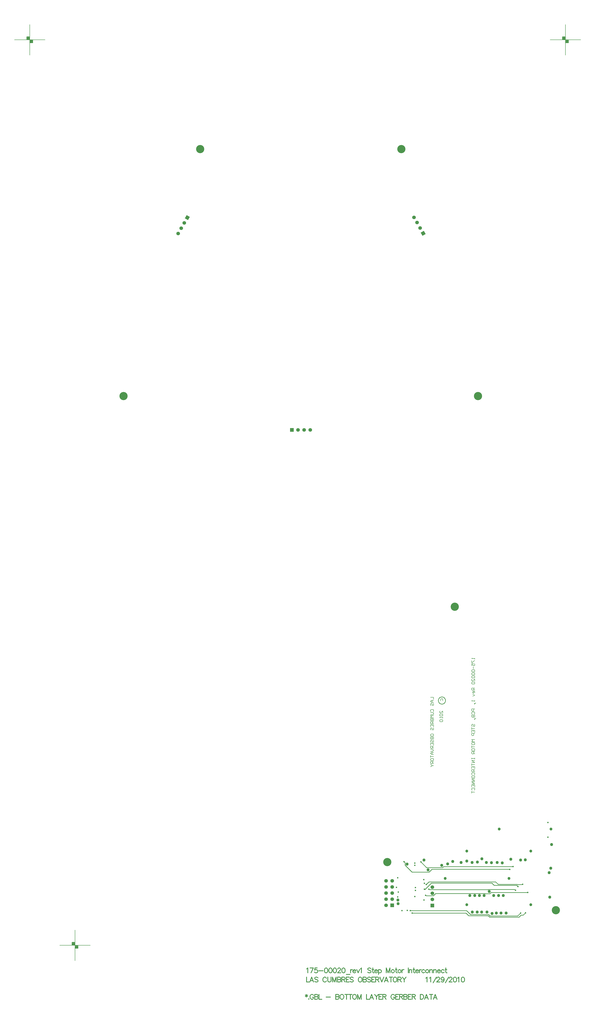
<source format=gbl>
%FSLAX23Y23*%
%MOIN*%
G70*
G01*
G75*
G04 Layer_Physical_Order=8*
G04 Layer_Color=16711680*
%ADD10R,0.050X0.050*%
%ADD11R,0.030X0.125*%
%ADD12R,0.022X0.085*%
%ADD13O,0.024X0.010*%
%ADD14R,0.071X0.075*%
%ADD15O,0.069X0.012*%
%ADD16R,0.050X0.050*%
%ADD17C,0.030*%
%ADD18C,0.020*%
%ADD19C,0.010*%
%ADD20C,0.005*%
%ADD21C,0.012*%
%ADD22C,0.008*%
%ADD23C,0.012*%
%ADD24C,0.012*%
%ADD25C,0.134*%
%ADD26P,0.084X4X165.0*%
%ADD27C,0.059*%
%ADD28R,0.059X0.059*%
%ADD29R,0.059X0.059*%
%ADD30C,0.047*%
%ADD31C,0.024*%
%ADD32P,0.084X4X285.0*%
%ADD33C,0.050*%
%ADD34C,0.040*%
%ADD35C,0.174*%
%ADD36C,0.075*%
%ADD37C,0.087*%
G04:AMPARAMS|DCode=38|XSize=95.433mil|YSize=95.433mil|CornerRadius=0mil|HoleSize=0mil|Usage=FLASHONLY|Rotation=0.000|XOffset=0mil|YOffset=0mil|HoleType=Round|Shape=Relief|Width=10mil|Gap=10mil|Entries=4|*
%AMTHD38*
7,0,0,0.095,0.075,0.010,45*
%
%ADD38THD38*%
%ADD39C,0.068*%
G04:AMPARAMS|DCode=40|XSize=70mil|YSize=70mil|CornerRadius=0mil|HoleSize=0mil|Usage=FLASHONLY|Rotation=0.000|XOffset=0mil|YOffset=0mil|HoleType=Round|Shape=Relief|Width=10mil|Gap=10mil|Entries=4|*
%AMTHD40*
7,0,0,0.070,0.050,0.010,45*
%
%ADD40THD40*%
G04:AMPARAMS|DCode=41|XSize=88mil|YSize=88mil|CornerRadius=0mil|HoleSize=0mil|Usage=FLASHONLY|Rotation=0.000|XOffset=0mil|YOffset=0mil|HoleType=Round|Shape=Relief|Width=10mil|Gap=10mil|Entries=4|*
%AMTHD41*
7,0,0,0.088,0.068,0.010,45*
%
%ADD41THD41*%
%ADD42C,0.075*%
D19*
X41333Y24303D02*
X41332Y24313D01*
X41330Y24322D01*
X41326Y24331D01*
X41320Y24339D01*
X41313Y24347D01*
X41305Y24353D01*
X41296Y24357D01*
X41287Y24360D01*
X41277Y24361D01*
X41267Y24361D01*
X41257Y24359D01*
X41248Y24355D01*
X41240Y24350D01*
X41232Y24343D01*
X41226Y24335D01*
X41221Y24327D01*
X41218Y24317D01*
X41216Y24308D01*
Y24298D01*
X41218Y24288D01*
X41221Y24279D01*
X41226Y24270D01*
X41232Y24262D01*
X41240Y24256D01*
X41248Y24250D01*
X41257Y24247D01*
X41267Y24245D01*
X41277Y24244D01*
X41287Y24245D01*
X41296Y24248D01*
X41305Y24253D01*
X41313Y24259D01*
X41320Y24266D01*
X41326Y24274D01*
X41330Y24283D01*
X41332Y24293D01*
X41333Y24303D01*
X42536Y20760D02*
X42569Y20793D01*
X42031Y20784D02*
X42056Y20760D01*
X42512Y20780D02*
X42561Y20829D01*
X42064Y20780D02*
X42512D01*
X42038Y20806D02*
X42064Y20780D01*
X42056Y20760D02*
X42536D01*
X41711Y20784D02*
X42031D01*
X41668Y20828D02*
X41711Y20784D01*
X41742Y20806D02*
X42038D01*
X41679Y20869D02*
X41742Y20806D01*
X40759Y20869D02*
X41679D01*
X40789Y20828D02*
X41668D01*
X42602Y20793D02*
X42641Y20832D01*
X42569Y20793D02*
X42602D01*
X42508Y21294D02*
X42592D01*
X42505Y21297D02*
X42508Y21294D01*
X42196Y21297D02*
X42505D01*
X42499Y21282D02*
X42520Y21261D01*
X42128Y21282D02*
X42499D01*
X42463Y21215D02*
X42479Y21200D01*
X42034Y21215D02*
X42463D01*
X42030Y21211D02*
X42034Y21215D01*
X41071Y21211D02*
X42030D01*
X41063Y21219D02*
X41071Y21211D01*
X41103Y21318D02*
X42092D01*
X40997Y21211D02*
X41103Y21318D01*
X42092D02*
X42128Y21282D01*
X42154Y21339D02*
X42196Y21297D01*
X41064Y21339D02*
X42154D01*
X41019Y21294D02*
X41064Y21339D01*
X41010Y21119D02*
X41018Y21111D01*
X41137D01*
X41173Y21148D02*
X41980D01*
X41137Y21111D02*
X41173Y21148D01*
X42080Y21163D02*
X42679D01*
X42063Y21145D02*
X42080Y21163D01*
X41980Y21148D02*
X41982Y21145D01*
X42063D01*
X41018Y21295D02*
X41019Y21294D01*
X42592D02*
X42597Y21299D01*
X40990Y21218D02*
X40997Y21211D01*
X41111Y21545D02*
X42382D01*
X40786Y21499D02*
X41065D01*
X42382Y21545D02*
X42385Y21542D01*
X41065Y21499D02*
X41111Y21545D01*
X40672Y21612D02*
X40786Y21499D01*
X40672Y21612D02*
Y21650D01*
X40655Y21667D02*
X40672Y21650D01*
X40933Y21663D02*
X41024Y21572D01*
X41289D01*
X41304Y21587D01*
X42440D01*
D21*
X39060Y19499D02*
Y19453D01*
X39041Y19488D02*
X39079Y19465D01*
Y19488D02*
X39041Y19465D01*
X39099Y19427D02*
X39095Y19423D01*
X39099Y19419D01*
X39103Y19423D01*
X39099Y19427D01*
X39177Y19480D02*
X39173Y19488D01*
X39166Y19495D01*
X39158Y19499D01*
X39143D01*
X39135Y19495D01*
X39128Y19488D01*
X39124Y19480D01*
X39120Y19469D01*
Y19450D01*
X39124Y19438D01*
X39128Y19431D01*
X39135Y19423D01*
X39143Y19419D01*
X39158D01*
X39166Y19423D01*
X39173Y19431D01*
X39177Y19438D01*
Y19450D01*
X39158D02*
X39177D01*
X39196Y19499D02*
Y19419D01*
Y19499D02*
X39230D01*
X39241Y19495D01*
X39245Y19492D01*
X39249Y19484D01*
Y19476D01*
X39245Y19469D01*
X39241Y19465D01*
X39230Y19461D01*
X39196D02*
X39230D01*
X39241Y19457D01*
X39245Y19453D01*
X39249Y19446D01*
Y19434D01*
X39245Y19427D01*
X39241Y19423D01*
X39230Y19419D01*
X39196D01*
X39267Y19499D02*
Y19419D01*
X39313D01*
X39384Y19453D02*
X39453D01*
X39539Y19499D02*
Y19419D01*
Y19499D02*
X39573D01*
X39585Y19495D01*
X39589Y19492D01*
X39592Y19484D01*
Y19476D01*
X39589Y19469D01*
X39585Y19465D01*
X39573Y19461D01*
X39539D02*
X39573D01*
X39585Y19457D01*
X39589Y19453D01*
X39592Y19446D01*
Y19434D01*
X39589Y19427D01*
X39585Y19423D01*
X39573Y19419D01*
X39539D01*
X39633Y19499D02*
X39626Y19495D01*
X39618Y19488D01*
X39614Y19480D01*
X39610Y19469D01*
Y19450D01*
X39614Y19438D01*
X39618Y19431D01*
X39626Y19423D01*
X39633Y19419D01*
X39648D01*
X39656Y19423D01*
X39664Y19431D01*
X39667Y19438D01*
X39671Y19450D01*
Y19469D01*
X39667Y19480D01*
X39664Y19488D01*
X39656Y19495D01*
X39648Y19499D01*
X39633D01*
X39717D02*
Y19419D01*
X39690Y19499D02*
X39743D01*
X39779D02*
Y19419D01*
X39753Y19499D02*
X39806D01*
X39838D02*
X39831Y19495D01*
X39823Y19488D01*
X39819Y19480D01*
X39816Y19469D01*
Y19450D01*
X39819Y19438D01*
X39823Y19431D01*
X39831Y19423D01*
X39838Y19419D01*
X39854D01*
X39861Y19423D01*
X39869Y19431D01*
X39873Y19438D01*
X39877Y19450D01*
Y19469D01*
X39873Y19480D01*
X39869Y19488D01*
X39861Y19495D01*
X39854Y19499D01*
X39838D01*
X39895D02*
Y19419D01*
Y19499D02*
X39926Y19419D01*
X39956Y19499D02*
X39926Y19419D01*
X39956Y19499D02*
Y19419D01*
X40042Y19499D02*
Y19419D01*
X40088D01*
X40157D02*
X40127Y19499D01*
X40096Y19419D01*
X40108Y19446D02*
X40146D01*
X40176Y19499D02*
X40206Y19461D01*
Y19419D01*
X40237Y19499D02*
X40206Y19461D01*
X40297Y19499D02*
X40247D01*
Y19419D01*
X40297D01*
X40247Y19461D02*
X40278D01*
X40310Y19499D02*
Y19419D01*
Y19499D02*
X40344D01*
X40356Y19495D01*
X40360Y19492D01*
X40363Y19484D01*
Y19476D01*
X40360Y19469D01*
X40356Y19465D01*
X40344Y19461D01*
X40310D01*
X40337D02*
X40363Y19419D01*
X40501Y19480D02*
X40497Y19488D01*
X40490Y19495D01*
X40482Y19499D01*
X40467D01*
X40459Y19495D01*
X40452Y19488D01*
X40448Y19480D01*
X40444Y19469D01*
Y19450D01*
X40448Y19438D01*
X40452Y19431D01*
X40459Y19423D01*
X40467Y19419D01*
X40482D01*
X40490Y19423D01*
X40497Y19431D01*
X40501Y19438D01*
Y19450D01*
X40482D02*
X40501D01*
X40569Y19499D02*
X40519D01*
Y19419D01*
X40569D01*
X40519Y19461D02*
X40550D01*
X40582Y19499D02*
Y19419D01*
Y19499D02*
X40617D01*
X40628Y19495D01*
X40632Y19492D01*
X40636Y19484D01*
Y19476D01*
X40632Y19469D01*
X40628Y19465D01*
X40617Y19461D01*
X40582D01*
X40609D02*
X40636Y19419D01*
X40654Y19499D02*
Y19419D01*
Y19499D02*
X40688D01*
X40699Y19495D01*
X40703Y19492D01*
X40707Y19484D01*
Y19476D01*
X40703Y19469D01*
X40699Y19465D01*
X40688Y19461D01*
X40654D02*
X40688D01*
X40699Y19457D01*
X40703Y19453D01*
X40707Y19446D01*
Y19434D01*
X40703Y19427D01*
X40699Y19423D01*
X40688Y19419D01*
X40654D01*
X40774Y19499D02*
X40725D01*
Y19419D01*
X40774D01*
X40725Y19461D02*
X40755D01*
X40788Y19499D02*
Y19419D01*
Y19499D02*
X40822D01*
X40833Y19495D01*
X40837Y19492D01*
X40841Y19484D01*
Y19476D01*
X40837Y19469D01*
X40833Y19465D01*
X40822Y19461D01*
X40788D01*
X40814D02*
X40841Y19419D01*
X40922Y19499D02*
Y19419D01*
Y19499D02*
X40948D01*
X40960Y19495D01*
X40967Y19488D01*
X40971Y19480D01*
X40975Y19469D01*
Y19450D01*
X40971Y19438D01*
X40967Y19431D01*
X40960Y19423D01*
X40948Y19419D01*
X40922D01*
X41054D02*
X41023Y19499D01*
X40993Y19419D01*
X41004Y19446D02*
X41042D01*
X41099Y19499D02*
Y19419D01*
X41073Y19499D02*
X41126D01*
X41196Y19419D02*
X41166Y19499D01*
X41135Y19419D01*
X41147Y19446D02*
X41185D01*
D22*
X41813Y24996D02*
Y24979D01*
Y24987D01*
X41763D01*
X41772Y24996D01*
X41763Y24954D02*
Y24921D01*
X41772D01*
X41805Y24954D01*
X41813D01*
X41763Y24871D02*
Y24904D01*
X41788D01*
X41780Y24887D01*
Y24879D01*
X41788Y24871D01*
X41805D01*
X41813Y24879D01*
Y24896D01*
X41805Y24904D01*
X41788Y24854D02*
Y24821D01*
X41772Y24804D02*
X41763Y24796D01*
Y24779D01*
X41772Y24771D01*
X41805D01*
X41813Y24779D01*
Y24796D01*
X41805Y24804D01*
X41772D01*
Y24754D02*
X41763Y24746D01*
Y24729D01*
X41772Y24721D01*
X41805D01*
X41813Y24729D01*
Y24746D01*
X41805Y24754D01*
X41772D01*
Y24704D02*
X41763Y24696D01*
Y24679D01*
X41772Y24671D01*
X41805D01*
X41813Y24679D01*
Y24696D01*
X41805Y24704D01*
X41772D01*
X41813Y24621D02*
Y24654D01*
X41780Y24621D01*
X41772D01*
X41763Y24629D01*
Y24646D01*
X41772Y24654D01*
Y24604D02*
X41763Y24596D01*
Y24579D01*
X41772Y24571D01*
X41805D01*
X41813Y24579D01*
Y24596D01*
X41805Y24604D01*
X41772D01*
X41813Y24504D02*
X41763D01*
Y24479D01*
X41772Y24471D01*
X41788D01*
X41797Y24479D01*
Y24504D01*
Y24487D02*
X41813Y24471D01*
Y24429D02*
Y24446D01*
X41805Y24454D01*
X41788D01*
X41780Y24446D01*
Y24429D01*
X41788Y24421D01*
X41797D01*
Y24454D01*
X41780Y24404D02*
X41813Y24387D01*
X41780Y24371D01*
X41813Y24304D02*
Y24288D01*
Y24296D01*
X41763D01*
X41772Y24304D01*
X41822Y24254D02*
X41813Y24246D01*
X41805D01*
Y24254D01*
X41813D01*
Y24246D01*
X41822Y24254D01*
X41830Y24263D01*
X41813Y24163D02*
X41763D01*
Y24138D01*
X41772Y24129D01*
X41788D01*
X41797Y24138D01*
Y24163D01*
X41772Y24079D02*
X41763Y24088D01*
Y24104D01*
X41772Y24113D01*
X41805D01*
X41813Y24104D01*
Y24088D01*
X41805Y24079D01*
X41763Y24063D02*
X41813D01*
Y24038D01*
X41805Y24029D01*
X41797D01*
X41788Y24038D01*
Y24063D01*
Y24038D01*
X41780Y24029D01*
X41772D01*
X41763Y24038D01*
Y24063D01*
X41822Y24004D02*
X41813Y23996D01*
X41805D01*
Y24004D01*
X41813D01*
Y23996D01*
X41822Y24004D01*
X41830Y24013D01*
X41772Y23879D02*
X41763Y23888D01*
Y23904D01*
X41772Y23913D01*
X41780D01*
X41788Y23904D01*
Y23888D01*
X41797Y23879D01*
X41805D01*
X41813Y23888D01*
Y23904D01*
X41805Y23913D01*
X41763Y23863D02*
Y23829D01*
Y23846D01*
X41813D01*
X41763Y23779D02*
Y23813D01*
X41813D01*
Y23779D01*
X41788Y23813D02*
Y23796D01*
X41813Y23763D02*
X41763D01*
Y23738D01*
X41772Y23729D01*
X41788D01*
X41797Y23738D01*
Y23763D01*
X41813Y23663D02*
X41763D01*
X41780Y23646D01*
X41763Y23629D01*
X41813D01*
X41763Y23588D02*
Y23604D01*
X41772Y23613D01*
X41805D01*
X41813Y23604D01*
Y23588D01*
X41805Y23579D01*
X41772D01*
X41763Y23588D01*
Y23563D02*
Y23529D01*
Y23546D01*
X41813D01*
X41763Y23488D02*
Y23504D01*
X41772Y23513D01*
X41805D01*
X41813Y23504D01*
Y23488D01*
X41805Y23479D01*
X41772D01*
X41763Y23488D01*
X41813Y23463D02*
X41763D01*
Y23438D01*
X41772Y23429D01*
X41788D01*
X41797Y23438D01*
Y23463D01*
Y23446D02*
X41813Y23429D01*
X41763Y23363D02*
Y23346D01*
Y23354D01*
X41813D01*
Y23363D01*
Y23346D01*
Y23321D02*
X41763D01*
X41813Y23288D01*
X41763D01*
Y23271D02*
Y23238D01*
Y23255D01*
X41813D01*
X41763Y23188D02*
Y23221D01*
X41813D01*
Y23188D01*
X41788Y23221D02*
Y23205D01*
X41813Y23171D02*
X41763D01*
Y23146D01*
X41772Y23138D01*
X41788D01*
X41797Y23146D01*
Y23171D01*
Y23155D02*
X41813Y23138D01*
X41772Y23088D02*
X41763Y23096D01*
Y23113D01*
X41772Y23121D01*
X41805D01*
X41813Y23113D01*
Y23096D01*
X41805Y23088D01*
X41763Y23046D02*
Y23063D01*
X41772Y23071D01*
X41805D01*
X41813Y23063D01*
Y23046D01*
X41805Y23038D01*
X41772D01*
X41763Y23046D01*
X41813Y23021D02*
X41763D01*
X41813Y22988D01*
X41763D01*
X41813Y22971D02*
X41763D01*
X41813Y22938D01*
X41763D01*
Y22888D02*
Y22921D01*
X41813D01*
Y22888D01*
X41788Y22921D02*
Y22905D01*
X41772Y22838D02*
X41763Y22846D01*
Y22863D01*
X41772Y22871D01*
X41805D01*
X41813Y22863D01*
Y22846D01*
X41805Y22838D01*
X41763Y22821D02*
Y22788D01*
Y22805D01*
X41813D01*
X41090Y24354D02*
X41140D01*
Y24321D01*
Y24304D02*
X41107D01*
X41090Y24287D01*
X41107Y24271D01*
X41140D01*
X41115D01*
Y24304D01*
X41099Y24221D02*
X41090Y24229D01*
Y24246D01*
X41099Y24254D01*
X41107D01*
X41115Y24246D01*
Y24229D01*
X41124Y24221D01*
X41132D01*
X41140Y24229D01*
Y24246D01*
X41132Y24254D01*
X41099Y24121D02*
X41090Y24129D01*
Y24146D01*
X41099Y24154D01*
X41132D01*
X41140Y24146D01*
Y24129D01*
X41132Y24121D01*
X41090Y24104D02*
X41132D01*
X41140Y24096D01*
Y24079D01*
X41132Y24071D01*
X41090D01*
X41140Y24054D02*
X41090D01*
X41107Y24037D01*
X41090Y24021D01*
X41140D01*
X41090Y24004D02*
X41140D01*
Y23979D01*
X41132Y23971D01*
X41124D01*
X41115Y23979D01*
Y24004D01*
Y23979D01*
X41107Y23971D01*
X41099D01*
X41090Y23979D01*
Y24004D01*
X41140Y23954D02*
X41090D01*
Y23929D01*
X41099Y23921D01*
X41115D01*
X41124Y23929D01*
Y23954D01*
Y23937D02*
X41140Y23921D01*
X41090Y23871D02*
Y23904D01*
X41140D01*
Y23871D01*
X41115Y23904D02*
Y23887D01*
X41099Y23821D02*
X41090Y23829D01*
Y23846D01*
X41099Y23854D01*
X41107D01*
X41115Y23846D01*
Y23829D01*
X41124Y23821D01*
X41132D01*
X41140Y23829D01*
Y23846D01*
X41132Y23854D01*
X41090Y23729D02*
Y23746D01*
X41099Y23754D01*
X41132D01*
X41140Y23746D01*
Y23729D01*
X41132Y23721D01*
X41099D01*
X41090Y23729D01*
Y23704D02*
X41140D01*
Y23679D01*
X41132Y23671D01*
X41124D01*
X41115Y23679D01*
Y23704D01*
Y23679D01*
X41107Y23671D01*
X41099D01*
X41090Y23679D01*
Y23704D01*
X41099Y23621D02*
X41090Y23629D01*
Y23646D01*
X41099Y23654D01*
X41107D01*
X41115Y23646D01*
Y23629D01*
X41124Y23621D01*
X41132D01*
X41140Y23629D01*
Y23646D01*
X41132Y23654D01*
X41090Y23571D02*
Y23604D01*
X41140D01*
Y23571D01*
X41115Y23604D02*
Y23587D01*
X41140Y23554D02*
X41090D01*
Y23529D01*
X41099Y23521D01*
X41115D01*
X41124Y23529D01*
Y23554D01*
Y23537D02*
X41140Y23521D01*
X41090Y23504D02*
X41124D01*
X41140Y23487D01*
X41124Y23471D01*
X41090D01*
X41140Y23454D02*
X41107D01*
X41090Y23438D01*
X41107Y23421D01*
X41140D01*
X41115D01*
Y23454D01*
X41090Y23404D02*
Y23371D01*
Y23388D01*
X41140D01*
X41090Y23329D02*
Y23346D01*
X41099Y23354D01*
X41132D01*
X41140Y23346D01*
Y23329D01*
X41132Y23321D01*
X41099D01*
X41090Y23329D01*
X41140Y23304D02*
X41090D01*
Y23279D01*
X41099Y23271D01*
X41115D01*
X41124Y23279D01*
Y23304D01*
Y23288D02*
X41140Y23271D01*
X41090Y23254D02*
X41099D01*
X41115Y23238D01*
X41099Y23221D01*
X41090D01*
X41115Y23238D02*
X41140D01*
X41256Y24297D02*
Y24322D01*
X41265Y24330D01*
X41281D01*
X41290Y24322D01*
Y24297D01*
Y24097D02*
Y24130D01*
X41256Y24097D01*
X41248D01*
X41240Y24105D01*
Y24122D01*
X41248Y24130D01*
Y24080D02*
X41240Y24072D01*
Y24055D01*
X41248Y24047D01*
X41281D01*
X41290Y24055D01*
Y24072D01*
X41281Y24080D01*
X41248D01*
X41290Y24030D02*
Y24014D01*
Y24022D01*
X41240D01*
X41248Y24030D01*
Y23989D02*
X41240Y23980D01*
Y23964D01*
X41248Y23955D01*
X41281D01*
X41290Y23964D01*
Y23980D01*
X41281Y23989D01*
X41248D01*
X35245Y20325D02*
X35255D01*
X35245Y20320D02*
Y20330D01*
Y20320D02*
X35255D01*
Y20330D01*
X35245D02*
X35255D01*
X35240Y20315D02*
Y20330D01*
Y20315D02*
X35260D01*
Y20335D01*
X35240D02*
X35260D01*
X35235Y20310D02*
Y20335D01*
Y20310D02*
X35265D01*
Y20340D01*
X35235D02*
X35265D01*
X35230Y20305D02*
Y20345D01*
Y20305D02*
X35270D01*
Y20345D01*
X35230D02*
X35270D01*
X35295Y20275D02*
X35305D01*
X35295Y20270D02*
Y20280D01*
Y20270D02*
X35305D01*
Y20280D01*
X35295D02*
X35305D01*
X35290Y20265D02*
Y20280D01*
Y20265D02*
X35310D01*
Y20285D01*
X35290D02*
X35310D01*
X35285Y20260D02*
Y20285D01*
Y20260D02*
X35315D01*
Y20290D01*
X35285D02*
X35315D01*
X35280Y20255D02*
Y20295D01*
Y20255D02*
X35320D01*
Y20295D01*
X35280D02*
X35320D01*
X35275Y20250D02*
X35325D01*
Y20300D01*
X35225Y20350D02*
X35275D01*
X35225Y20300D02*
Y20350D01*
X35275Y20050D02*
Y20550D01*
X35025Y20300D02*
X35525D01*
X43265Y35125D02*
X43275D01*
X43265Y35120D02*
Y35130D01*
Y35120D02*
X43275D01*
Y35130D01*
X43265D02*
X43275D01*
X43260Y35115D02*
Y35130D01*
Y35115D02*
X43280D01*
Y35135D01*
X43260D02*
X43280D01*
X43255Y35110D02*
Y35135D01*
Y35110D02*
X43285D01*
Y35140D01*
X43255D02*
X43285D01*
X43250Y35105D02*
Y35145D01*
Y35105D02*
X43290D01*
Y35145D01*
X43250D02*
X43290D01*
X43315Y35075D02*
X43325D01*
X43315Y35070D02*
Y35080D01*
Y35070D02*
X43325D01*
Y35080D01*
X43315D02*
X43325D01*
X43310Y35065D02*
Y35080D01*
Y35065D02*
X43330D01*
Y35085D01*
X43310D02*
X43330D01*
X43305Y35060D02*
Y35085D01*
Y35060D02*
X43335D01*
Y35090D01*
X43305D02*
X43335D01*
X43300Y35055D02*
Y35095D01*
Y35055D02*
X43340D01*
Y35095D01*
X43300D02*
X43340D01*
X43295Y35050D02*
X43345D01*
Y35100D01*
X43245Y35150D02*
X43295D01*
X43245Y35100D02*
Y35150D01*
X43295Y34850D02*
Y35350D01*
X43045Y35100D02*
X43545D01*
X34505Y35125D02*
X34515D01*
X34505Y35120D02*
Y35130D01*
Y35120D02*
X34515D01*
Y35130D01*
X34505D02*
X34515D01*
X34500Y35115D02*
Y35130D01*
Y35115D02*
X34520D01*
Y35135D01*
X34500D02*
X34520D01*
X34495Y35110D02*
Y35135D01*
Y35110D02*
X34525D01*
Y35140D01*
X34495D02*
X34525D01*
X34490Y35105D02*
Y35145D01*
Y35105D02*
X34530D01*
Y35145D01*
X34490D02*
X34530D01*
X34555Y35075D02*
X34565D01*
X34555Y35070D02*
Y35080D01*
Y35070D02*
X34565D01*
Y35080D01*
X34555D02*
X34565D01*
X34550Y35065D02*
Y35080D01*
Y35065D02*
X34570D01*
Y35085D01*
X34550D02*
X34570D01*
X34545Y35060D02*
Y35085D01*
Y35060D02*
X34575D01*
Y35090D01*
X34545D02*
X34575D01*
X34540Y35055D02*
Y35095D01*
Y35055D02*
X34580D01*
Y35095D01*
X34540D02*
X34580D01*
X34535Y35050D02*
X34585D01*
Y35100D01*
X34485Y35150D02*
X34535D01*
X34485Y35100D02*
Y35150D01*
X34535Y34850D02*
Y35350D01*
X34285Y35100D02*
X34785D01*
D23*
X39062Y19780D02*
Y19700D01*
X39107D01*
X39177D02*
X39147Y19780D01*
X39116Y19700D01*
X39127Y19726D02*
X39166D01*
X39249Y19768D02*
X39241Y19776D01*
X39230Y19780D01*
X39215D01*
X39203Y19776D01*
X39196Y19768D01*
Y19761D01*
X39199Y19753D01*
X39203Y19749D01*
X39211Y19745D01*
X39234Y19738D01*
X39241Y19734D01*
X39245Y19730D01*
X39249Y19723D01*
Y19711D01*
X39241Y19704D01*
X39230Y19700D01*
X39215D01*
X39203Y19704D01*
X39196Y19711D01*
X39387Y19761D02*
X39383Y19768D01*
X39375Y19776D01*
X39368Y19780D01*
X39353D01*
X39345Y19776D01*
X39337Y19768D01*
X39334Y19761D01*
X39330Y19749D01*
Y19730D01*
X39334Y19719D01*
X39337Y19711D01*
X39345Y19704D01*
X39353Y19700D01*
X39368D01*
X39375Y19704D01*
X39383Y19711D01*
X39387Y19719D01*
X39409Y19780D02*
Y19723D01*
X39413Y19711D01*
X39421Y19704D01*
X39432Y19700D01*
X39440D01*
X39451Y19704D01*
X39459Y19711D01*
X39463Y19723D01*
Y19780D01*
X39485D02*
Y19700D01*
Y19780D02*
X39515Y19700D01*
X39546Y19780D02*
X39515Y19700D01*
X39546Y19780D02*
Y19700D01*
X39569Y19780D02*
Y19700D01*
Y19780D02*
X39603D01*
X39614Y19776D01*
X39618Y19772D01*
X39622Y19764D01*
Y19757D01*
X39618Y19749D01*
X39614Y19745D01*
X39603Y19742D01*
X39569D02*
X39603D01*
X39614Y19738D01*
X39618Y19734D01*
X39622Y19726D01*
Y19715D01*
X39618Y19707D01*
X39614Y19704D01*
X39603Y19700D01*
X39569D01*
X39640Y19780D02*
Y19700D01*
Y19780D02*
X39674D01*
X39685Y19776D01*
X39689Y19772D01*
X39693Y19764D01*
Y19757D01*
X39689Y19749D01*
X39685Y19745D01*
X39674Y19742D01*
X39640D01*
X39666D02*
X39693Y19700D01*
X39760Y19780D02*
X39711D01*
Y19700D01*
X39760D01*
X39711Y19742D02*
X39741D01*
X39827Y19768D02*
X39820Y19776D01*
X39808Y19780D01*
X39793D01*
X39781Y19776D01*
X39774Y19768D01*
Y19761D01*
X39778Y19753D01*
X39781Y19749D01*
X39789Y19745D01*
X39812Y19738D01*
X39820Y19734D01*
X39823Y19730D01*
X39827Y19723D01*
Y19711D01*
X39820Y19704D01*
X39808Y19700D01*
X39793D01*
X39781Y19704D01*
X39774Y19711D01*
X39931Y19780D02*
X39923Y19776D01*
X39916Y19768D01*
X39912Y19761D01*
X39908Y19749D01*
Y19730D01*
X39912Y19719D01*
X39916Y19711D01*
X39923Y19704D01*
X39931Y19700D01*
X39946D01*
X39954Y19704D01*
X39961Y19711D01*
X39965Y19719D01*
X39969Y19730D01*
Y19749D01*
X39965Y19761D01*
X39961Y19768D01*
X39954Y19776D01*
X39946Y19780D01*
X39931D01*
X39987D02*
Y19700D01*
Y19780D02*
X40022D01*
X40033Y19776D01*
X40037Y19772D01*
X40041Y19764D01*
Y19757D01*
X40037Y19749D01*
X40033Y19745D01*
X40022Y19742D01*
X39987D02*
X40022D01*
X40033Y19738D01*
X40037Y19734D01*
X40041Y19726D01*
Y19715D01*
X40037Y19707D01*
X40033Y19704D01*
X40022Y19700D01*
X39987D01*
X40112Y19768D02*
X40104Y19776D01*
X40093Y19780D01*
X40078D01*
X40066Y19776D01*
X40059Y19768D01*
Y19761D01*
X40063Y19753D01*
X40066Y19749D01*
X40074Y19745D01*
X40097Y19738D01*
X40104Y19734D01*
X40108Y19730D01*
X40112Y19723D01*
Y19711D01*
X40104Y19704D01*
X40093Y19700D01*
X40078D01*
X40066Y19704D01*
X40059Y19711D01*
X40179Y19780D02*
X40130D01*
Y19700D01*
X40179D01*
X40130Y19742D02*
X40160D01*
X40193Y19780D02*
Y19700D01*
Y19780D02*
X40227D01*
X40238Y19776D01*
X40242Y19772D01*
X40246Y19764D01*
Y19757D01*
X40242Y19749D01*
X40238Y19745D01*
X40227Y19742D01*
X40193D01*
X40219D02*
X40246Y19700D01*
X40264Y19780D02*
X40294Y19700D01*
X40325Y19780D02*
X40294Y19700D01*
X40396D02*
X40366Y19780D01*
X40335Y19700D01*
X40347Y19726D02*
X40385D01*
X40441Y19780D02*
Y19700D01*
X40415Y19780D02*
X40468D01*
X40501D02*
X40493Y19776D01*
X40485Y19768D01*
X40481Y19761D01*
X40478Y19749D01*
Y19730D01*
X40481Y19719D01*
X40485Y19711D01*
X40493Y19704D01*
X40501Y19700D01*
X40516D01*
X40523Y19704D01*
X40531Y19711D01*
X40535Y19719D01*
X40539Y19730D01*
Y19749D01*
X40535Y19761D01*
X40531Y19768D01*
X40523Y19776D01*
X40516Y19780D01*
X40501D01*
X40557D02*
Y19700D01*
Y19780D02*
X40592D01*
X40603Y19776D01*
X40607Y19772D01*
X40611Y19764D01*
Y19757D01*
X40607Y19749D01*
X40603Y19745D01*
X40592Y19742D01*
X40557D01*
X40584D02*
X40611Y19700D01*
X40629Y19780D02*
X40659Y19742D01*
Y19700D01*
X40689Y19780D02*
X40659Y19742D01*
X41014Y19764D02*
X41022Y19768D01*
X41033Y19780D01*
Y19700D01*
X41073Y19764D02*
X41080Y19768D01*
X41092Y19780D01*
Y19700D01*
X41131Y19688D02*
X41185Y19780D01*
X41194Y19761D02*
Y19764D01*
X41198Y19772D01*
X41201Y19776D01*
X41209Y19780D01*
X41224D01*
X41232Y19776D01*
X41236Y19772D01*
X41239Y19764D01*
Y19757D01*
X41236Y19749D01*
X41228Y19738D01*
X41190Y19700D01*
X41243D01*
X41311Y19753D02*
X41307Y19742D01*
X41299Y19734D01*
X41288Y19730D01*
X41284D01*
X41273Y19734D01*
X41265Y19742D01*
X41261Y19753D01*
Y19757D01*
X41265Y19768D01*
X41273Y19776D01*
X41284Y19780D01*
X41288D01*
X41299Y19776D01*
X41307Y19768D01*
X41311Y19753D01*
Y19734D01*
X41307Y19715D01*
X41299Y19704D01*
X41288Y19700D01*
X41280D01*
X41269Y19704D01*
X41265Y19711D01*
X41332Y19688D02*
X41386Y19780D01*
X41395Y19761D02*
Y19764D01*
X41399Y19772D01*
X41402Y19776D01*
X41410Y19780D01*
X41425D01*
X41433Y19776D01*
X41437Y19772D01*
X41441Y19764D01*
Y19757D01*
X41437Y19749D01*
X41429Y19738D01*
X41391Y19700D01*
X41444D01*
X41485Y19780D02*
X41474Y19776D01*
X41466Y19764D01*
X41462Y19745D01*
Y19734D01*
X41466Y19715D01*
X41474Y19704D01*
X41485Y19700D01*
X41493D01*
X41504Y19704D01*
X41512Y19715D01*
X41516Y19734D01*
Y19745D01*
X41512Y19764D01*
X41504Y19776D01*
X41493Y19780D01*
X41485D01*
X41533Y19764D02*
X41541Y19768D01*
X41552Y19780D01*
Y19700D01*
X41615Y19780D02*
X41604Y19776D01*
X41596Y19764D01*
X41592Y19745D01*
Y19734D01*
X41596Y19715D01*
X41604Y19704D01*
X41615Y19700D01*
X41623D01*
X41634Y19704D01*
X41642Y19715D01*
X41645Y19734D01*
Y19745D01*
X41642Y19764D01*
X41634Y19776D01*
X41623Y19780D01*
X41615D01*
D24*
X39062Y19915D02*
X39069Y19918D01*
X39081Y19930D01*
Y19850D01*
X39174Y19930D02*
X39135Y19850D01*
X39120Y19930D02*
X39174D01*
X39237D02*
X39199D01*
X39195Y19895D01*
X39199Y19899D01*
X39211Y19903D01*
X39222D01*
X39233Y19899D01*
X39241Y19892D01*
X39245Y19880D01*
Y19873D01*
X39241Y19861D01*
X39233Y19854D01*
X39222Y19850D01*
X39211D01*
X39199Y19854D01*
X39195Y19857D01*
X39191Y19865D01*
X39263Y19884D02*
X39331D01*
X39378Y19930D02*
X39366Y19926D01*
X39359Y19915D01*
X39355Y19895D01*
Y19884D01*
X39359Y19865D01*
X39366Y19854D01*
X39378Y19850D01*
X39385D01*
X39397Y19854D01*
X39404Y19865D01*
X39408Y19884D01*
Y19895D01*
X39404Y19915D01*
X39397Y19926D01*
X39385Y19930D01*
X39378D01*
X39449D02*
X39438Y19926D01*
X39430Y19915D01*
X39426Y19895D01*
Y19884D01*
X39430Y19865D01*
X39438Y19854D01*
X39449Y19850D01*
X39457D01*
X39468Y19854D01*
X39476Y19865D01*
X39479Y19884D01*
Y19895D01*
X39476Y19915D01*
X39468Y19926D01*
X39457Y19930D01*
X39449D01*
X39520D02*
X39509Y19926D01*
X39501Y19915D01*
X39497Y19895D01*
Y19884D01*
X39501Y19865D01*
X39509Y19854D01*
X39520Y19850D01*
X39528D01*
X39539Y19854D01*
X39547Y19865D01*
X39551Y19884D01*
Y19895D01*
X39547Y19915D01*
X39539Y19926D01*
X39528Y19930D01*
X39520D01*
X39572Y19911D02*
Y19915D01*
X39576Y19922D01*
X39580Y19926D01*
X39588Y19930D01*
X39603D01*
X39610Y19926D01*
X39614Y19922D01*
X39618Y19915D01*
Y19907D01*
X39614Y19899D01*
X39607Y19888D01*
X39569Y19850D01*
X39622D01*
X39663Y19930D02*
X39651Y19926D01*
X39644Y19915D01*
X39640Y19895D01*
Y19884D01*
X39644Y19865D01*
X39651Y19854D01*
X39663Y19850D01*
X39670D01*
X39682Y19854D01*
X39689Y19865D01*
X39693Y19884D01*
Y19895D01*
X39689Y19915D01*
X39682Y19926D01*
X39670Y19930D01*
X39663D01*
X39711Y19823D02*
X39772D01*
X39782Y19903D02*
Y19850D01*
Y19880D02*
X39786Y19892D01*
X39794Y19899D01*
X39801Y19903D01*
X39813D01*
X39820Y19880D02*
X39866D01*
Y19888D01*
X39862Y19895D01*
X39858Y19899D01*
X39850Y19903D01*
X39839D01*
X39831Y19899D01*
X39824Y19892D01*
X39820Y19880D01*
Y19873D01*
X39824Y19861D01*
X39831Y19854D01*
X39839Y19850D01*
X39850D01*
X39858Y19854D01*
X39866Y19861D01*
X39883Y19903D02*
X39906Y19850D01*
X39928Y19903D02*
X39906Y19850D01*
X39941Y19915D02*
X39949Y19918D01*
X39960Y19930D01*
Y19850D01*
X40116Y19918D02*
X40109Y19926D01*
X40097Y19930D01*
X40082D01*
X40071Y19926D01*
X40063Y19918D01*
Y19911D01*
X40067Y19903D01*
X40071Y19899D01*
X40078Y19895D01*
X40101Y19888D01*
X40109Y19884D01*
X40112Y19880D01*
X40116Y19873D01*
Y19861D01*
X40109Y19854D01*
X40097Y19850D01*
X40082D01*
X40071Y19854D01*
X40063Y19861D01*
X40146Y19930D02*
Y19865D01*
X40149Y19854D01*
X40157Y19850D01*
X40165D01*
X40134Y19903D02*
X40161D01*
X40176Y19880D02*
X40222D01*
Y19888D01*
X40218Y19895D01*
X40214Y19899D01*
X40206Y19903D01*
X40195D01*
X40187Y19899D01*
X40180Y19892D01*
X40176Y19880D01*
Y19873D01*
X40180Y19861D01*
X40187Y19854D01*
X40195Y19850D01*
X40206D01*
X40214Y19854D01*
X40222Y19861D01*
X40239Y19903D02*
Y19823D01*
Y19892D02*
X40246Y19899D01*
X40254Y19903D01*
X40266D01*
X40273Y19899D01*
X40281Y19892D01*
X40285Y19880D01*
Y19873D01*
X40281Y19861D01*
X40273Y19854D01*
X40266Y19850D01*
X40254D01*
X40246Y19854D01*
X40239Y19861D01*
X40365Y19930D02*
Y19850D01*
Y19930D02*
X40395Y19850D01*
X40425Y19930D02*
X40395Y19850D01*
X40425Y19930D02*
Y19850D01*
X40467Y19903D02*
X40460Y19899D01*
X40452Y19892D01*
X40448Y19880D01*
Y19873D01*
X40452Y19861D01*
X40460Y19854D01*
X40467Y19850D01*
X40479D01*
X40486Y19854D01*
X40494Y19861D01*
X40498Y19873D01*
Y19880D01*
X40494Y19892D01*
X40486Y19899D01*
X40479Y19903D01*
X40467D01*
X40527Y19930D02*
Y19865D01*
X40531Y19854D01*
X40538Y19850D01*
X40546D01*
X40515Y19903D02*
X40542D01*
X40576D02*
X40569Y19899D01*
X40561Y19892D01*
X40557Y19880D01*
Y19873D01*
X40561Y19861D01*
X40569Y19854D01*
X40576Y19850D01*
X40588D01*
X40595Y19854D01*
X40603Y19861D01*
X40607Y19873D01*
Y19880D01*
X40603Y19892D01*
X40595Y19899D01*
X40588Y19903D01*
X40576D01*
X40624D02*
Y19850D01*
Y19880D02*
X40628Y19892D01*
X40636Y19899D01*
X40643Y19903D01*
X40655D01*
X40725Y19930D02*
Y19850D01*
X40742Y19903D02*
Y19850D01*
Y19888D02*
X40753Y19899D01*
X40761Y19903D01*
X40772D01*
X40780Y19899D01*
X40784Y19888D01*
Y19850D01*
X40816Y19930D02*
Y19865D01*
X40820Y19854D01*
X40827Y19850D01*
X40835D01*
X40804Y19903D02*
X40831D01*
X40846Y19880D02*
X40892D01*
Y19888D01*
X40888Y19895D01*
X40884Y19899D01*
X40877Y19903D01*
X40865D01*
X40858Y19899D01*
X40850Y19892D01*
X40846Y19880D01*
Y19873D01*
X40850Y19861D01*
X40858Y19854D01*
X40865Y19850D01*
X40877D01*
X40884Y19854D01*
X40892Y19861D01*
X40909Y19903D02*
Y19850D01*
Y19880D02*
X40913Y19892D01*
X40921Y19899D01*
X40928Y19903D01*
X40940D01*
X40993Y19892D02*
X40985Y19899D01*
X40977Y19903D01*
X40966D01*
X40958Y19899D01*
X40951Y19892D01*
X40947Y19880D01*
Y19873D01*
X40951Y19861D01*
X40958Y19854D01*
X40966Y19850D01*
X40977D01*
X40985Y19854D01*
X40993Y19861D01*
X41029Y19903D02*
X41021Y19899D01*
X41014Y19892D01*
X41010Y19880D01*
Y19873D01*
X41014Y19861D01*
X41021Y19854D01*
X41029Y19850D01*
X41040D01*
X41048Y19854D01*
X41055Y19861D01*
X41059Y19873D01*
Y19880D01*
X41055Y19892D01*
X41048Y19899D01*
X41040Y19903D01*
X41029D01*
X41077D02*
Y19850D01*
Y19888D02*
X41088Y19899D01*
X41096Y19903D01*
X41107D01*
X41115Y19899D01*
X41119Y19888D01*
Y19850D01*
X41140Y19903D02*
Y19850D01*
Y19888D02*
X41151Y19899D01*
X41159Y19903D01*
X41170D01*
X41178Y19899D01*
X41182Y19888D01*
Y19850D01*
X41202Y19880D02*
X41248D01*
Y19888D01*
X41244Y19895D01*
X41241Y19899D01*
X41233Y19903D01*
X41222D01*
X41214Y19899D01*
X41206Y19892D01*
X41202Y19880D01*
Y19873D01*
X41206Y19861D01*
X41214Y19854D01*
X41222Y19850D01*
X41233D01*
X41241Y19854D01*
X41248Y19861D01*
X41311Y19892D02*
X41303Y19899D01*
X41296Y19903D01*
X41284D01*
X41277Y19899D01*
X41269Y19892D01*
X41265Y19880D01*
Y19873D01*
X41269Y19861D01*
X41277Y19854D01*
X41284Y19850D01*
X41296D01*
X41303Y19854D01*
X41311Y19861D01*
X41340Y19930D02*
Y19865D01*
X41343Y19854D01*
X41351Y19850D01*
X41359D01*
X41328Y19903D02*
X41355D01*
D25*
X40384Y21661D02*
D03*
X43140Y20874D02*
D03*
X41487Y25834D02*
D03*
X36069Y29279D02*
D03*
X37321Y33315D02*
D03*
X40613D02*
D03*
X41865Y29279D02*
D03*
D26*
X40968Y31939D02*
D03*
D27*
X40918Y32026D02*
D03*
X40868Y32113D02*
D03*
X40818Y32199D02*
D03*
X38923Y28724D02*
D03*
X39023D02*
D03*
X39123D02*
D03*
X41120Y21051D02*
D03*
Y21151D02*
D03*
Y21251D02*
D03*
X37063Y32108D02*
D03*
X37013Y32021D02*
D03*
X36963Y31935D02*
D03*
X40364Y21354D02*
D03*
X40464D02*
D03*
X40364Y21254D02*
D03*
X40464D02*
D03*
X40364Y21154D02*
D03*
X40464D02*
D03*
X40364Y21054D02*
D03*
X40464Y21054D02*
D03*
X40364Y20954D02*
D03*
D28*
X38823Y28724D02*
D03*
D29*
X41120Y20951D02*
D03*
X40464Y20954D02*
D03*
D30*
X42728Y20966D02*
D03*
X41683Y20966D02*
D03*
X42728Y21841D02*
D03*
X41683Y21841D02*
D03*
X43060Y22201D02*
D03*
X42211D02*
D03*
X42373Y21396D02*
D03*
X41328D02*
D03*
D31*
X40832Y21646D02*
D03*
Y21607D02*
D03*
X43010Y22307D02*
D03*
X40789Y20829D02*
D03*
X40759Y20869D02*
D03*
X40841Y21198D02*
D03*
X40844Y21244D02*
D03*
X40834Y21098D02*
D03*
X40984Y21041D02*
D03*
X40622Y20869D02*
D03*
X40710Y20872D02*
D03*
X43010Y22067D02*
D03*
X42561Y20829D02*
D03*
X42641Y20832D02*
D03*
X42520Y21261D02*
D03*
X42479Y21200D02*
D03*
X41063Y21219D02*
D03*
X41010Y21119D02*
D03*
X42679Y21163D02*
D03*
X41018Y21295D02*
D03*
X42597Y21299D02*
D03*
X40990Y21218D02*
D03*
X42385Y21542D02*
D03*
X40655Y21667D02*
D03*
X40933Y21663D02*
D03*
X42440Y21587D02*
D03*
X40988Y21316D02*
D03*
X40980Y21375D02*
D03*
X40554Y21403D02*
D03*
X40533Y21248D02*
D03*
X40561Y21171D02*
D03*
X40552Y21091D02*
D03*
D32*
X37113Y32194D02*
D03*
D33*
X41770Y21653D02*
D03*
X42326Y20828D02*
D03*
X42244D02*
D03*
X42166D02*
D03*
X42096Y20820D02*
D03*
X40555Y21041D02*
D03*
X40558Y20982D02*
D03*
X41050Y21534D02*
D03*
X40707Y21627D02*
D03*
X40984Y21694D02*
D03*
X43040Y21088D02*
D03*
X43030Y21489D02*
D03*
X43055Y21560D02*
D03*
X43070Y21949D02*
D03*
X42403Y21707D02*
D03*
X42562Y21694D02*
D03*
X42639Y21699D02*
D03*
X42280Y21115D02*
D03*
X42204D02*
D03*
X42124D02*
D03*
X42048Y21180D02*
D03*
X41965Y21113D02*
D03*
X41890D02*
D03*
X41812D02*
D03*
X41733D02*
D03*
X42014Y20846D02*
D03*
X41773D02*
D03*
X41852D02*
D03*
X41927D02*
D03*
X41928Y21713D02*
D03*
X42263Y21649D02*
D03*
X42178Y21653D02*
D03*
X42087Y21651D02*
D03*
X42002Y21653D02*
D03*
X41274Y21607D02*
D03*
X41370Y21631D02*
D03*
X41451Y21671D02*
D03*
X41588Y21654D02*
D03*
X41855Y21662D02*
D03*
X41683Y21679D02*
D03*
M02*

</source>
